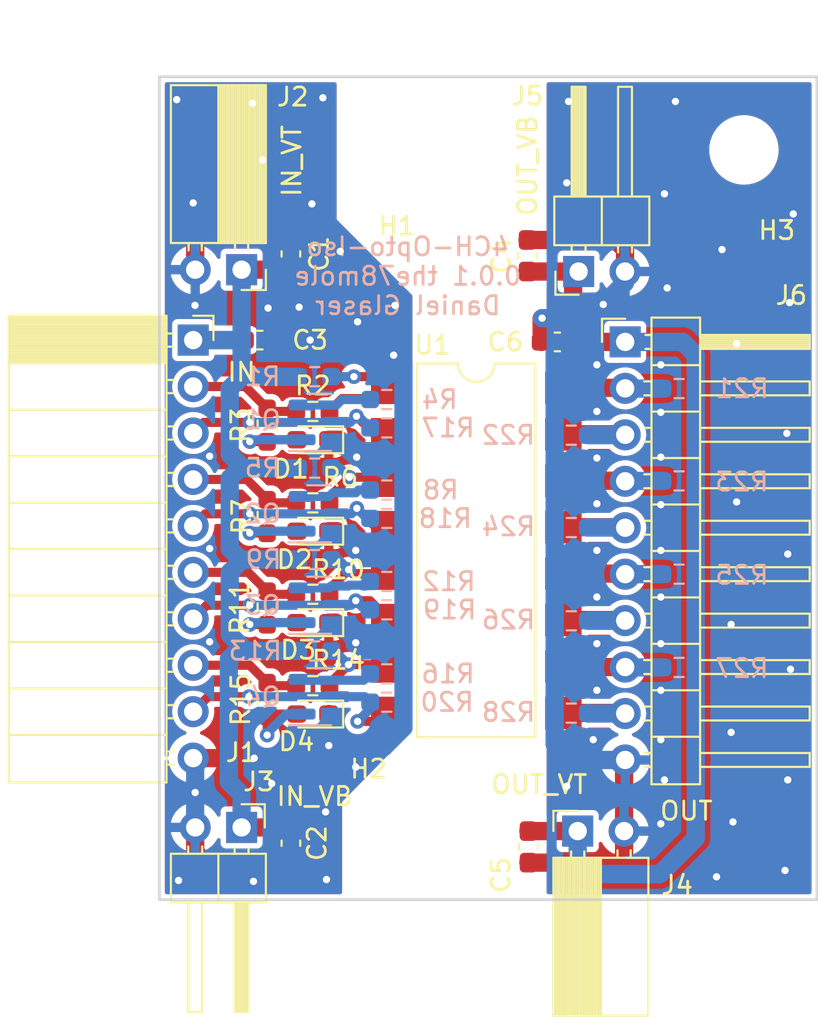
<source format=kicad_pcb>
(kicad_pcb (version 20211014) (generator pcbnew)
  (title_block (title "4CH-Opto-Iso") (date "2023-09-26") (rev "0.0.1") (company "the78mole") (comment 1 "Daniel Glaser"))
  (layers (0 "F.Cu" signal) (31 "B.Cu" signal) (34 "B.Paste" user) (35 "F.Paste" user) (36 "B.SilkS" user "B.Silkscreen") (37 "F.SilkS" user "F.Silkscreen") (38 "B.Mask" user) (39 "F.Mask" user) (44 "Edge.Cuts" user))
  (net 0 "")
  (net 1 "+VSW")
  (net 2 "GND1")
  (net 3 "+VDC")
  (net 4 "GND")
  (net 5 "Net-(D1-Pad2)")
  (net 6 "Net-(D2-Pad2)")
  (net 7 "Net-(D3-Pad2)")
  (net 8 "Net-(D4-Pad2)")
  (net 9 "Net-(J1-Pad2)")
  (net 10 "Net-(J1-Pad3)")
  (net 11 "Net-(J1-Pad4)")
  (net 12 "Net-(J1-Pad5)")
  (net 13 "Net-(J1-Pad6)")
  (net 14 "Net-(J1-Pad7)")
  (net 15 "Net-(J1-Pad8)")
  (net 16 "Net-(J1-Pad9)")
  (net 17 "Net-(J6-Pad2)")
  (net 18 "Net-(J6-Pad3)")
  (net 19 "Net-(J6-Pad4)")
  (net 20 "Net-(J6-Pad5)")
  (net 21 "Net-(J6-Pad6)")
  (net 22 "Net-(J6-Pad7)")
  (net 23 "Net-(J6-Pad8)")
  (net 24 "Net-(J6-Pad9)")
  (net 25 "Net-(Q1-Pad2)")
  (net 26 "Net-(Q2-Pad2)")
  (net 27 "Net-(Q3-Pad2)")
  (net 28 "Net-(Q4-Pad2)")
  (net 29 "Net-(R1-Pad2)")
  (net 30 "Net-(R5-Pad2)")
  (net 31 "Net-(R10-Pad2)")
  (net 32 "Net-(R13-Pad2)")
  (footprint "Capacitor_SMD:C_0603_1608Metric_Pad1.08x0.95mm_HandSolder" (layer "F.Cu") (at 121.7875 64.5 180)
    (fp_text reference "C6")
    (fp_text value "100n")
  )
  (footprint "MountingHole:MountingHole_3.2mm_M3_DIN965" (layer "F.Cu") (at 132 54)
    (fp_text reference "H3")
    (fp_text value "MountingHole")
  )
  (footprint "LED_SMD:LED_0603_1608Metric_Pad1.05x0.95mm_HandSolder" (layer "F.Cu") (at 108.4 84.85 180)
    (fp_text reference "D4")
    (fp_text value "RED")
  )
  (footprint "Connector_PinHeader_2.54mm:PinHeader_1x02_P2.54mm_Horizontal" (layer "F.Cu") (at 122.95 60.65 90)
    (fp_text reference "J5")
    (fp_text value "OUT_VB")
  )
  (footprint "MountingHole:MountingHole_3.2mm_M3_DIN965" (layer "F.Cu") (at 115 91)
    (fp_text reference "H2")
    (fp_text value "MountingHole")
  )
  (footprint "Package_DIP:SMDIP-16_W9.53mm" (layer "F.Cu") (at 117.35 75.9)
    (fp_text reference "U1")
    (fp_text value "LTV-847S")
  )
  (footprint "Connector_PinHeader_2.54mm:PinHeader_1x10_P2.54mm_Horizontal" (layer "F.Cu") (at 125.5 64.5)
    (fp_text reference "J6")
    (fp_text value "OUT")
  )
  (footprint "Resistor_SMD:R_0603_1608Metric_Pad0.98x0.95mm_HandSolder" (layer "F.Cu") (at 105.9 84.05 -90)
    (fp_text reference "R15")
    (fp_text value "10K")
  )
  (footprint "LED_SMD:LED_0603_1608Metric_Pad1.05x0.95mm_HandSolder" (layer "F.Cu") (at 108.4 69.85 180)
    (fp_text reference "D1")
    (fp_text value "RED")
  )
  (footprint "MountingHole:MountingHole_3.2mm_M3_DIN965" (layer "F.Cu") (at 115 54)
    (fp_text reference "H1")
    (fp_text value "MountingHole")
  )
  (footprint "LED_SMD:LED_0603_1608Metric_Pad1.05x0.95mm_HandSolder" (layer "F.Cu") (at 108.4 74.85 180)
    (fp_text reference "D2")
    (fp_text value "RED")
  )
  (footprint "LED_SMD:LED_0603_1608Metric_Pad1.05x0.95mm_HandSolder" (layer "F.Cu") (at 108.4 79.85 180)
    (fp_text reference "D3")
    (fp_text value "RED")
  )
  (footprint "Resistor_SMD:R_0603_1608Metric_Pad0.98x0.95mm_HandSolder" (layer "F.Cu") (at 108.4 68.3)
    (fp_text reference "R2")
    (fp_text value "NP")
  )
  (footprint "Connector_PinSocket_2.54mm:PinSocket_1x10_P2.54mm_Horizontal" (layer "F.Cu") (at 101.85 64.4)
    (fp_text reference "J1")
    (fp_text value "IN")
  )
  (footprint "Connector_PinHeader_2.54mm:PinHeader_1x02_P2.54mm_Horizontal" (layer "F.Cu") (at 104.5 91.05 -90)
    (fp_text reference "J3")
    (fp_text value "IN_VB")
  )
  (footprint "Capacitor_SMD:C_0603_1608Metric_Pad1.08x0.95mm_HandSolder" (layer "F.Cu") (at 120.2 92.1125 -90)
    (fp_text reference "C5")
    (fp_text value "100n")
  )
  (footprint "Resistor_SMD:R_0603_1608Metric_Pad0.98x0.95mm_HandSolder" (layer "F.Cu") (at 108.4 73.3)
    (fp_text reference "R6")
    (fp_text value "NP")
  )
  (footprint "Capacitor_SMD:C_0603_1608Metric_Pad1.08x0.95mm_HandSolder" (layer "F.Cu") (at 120.15 59.7875 90)
    (fp_text reference "C4")
    (fp_text value "100n")
  )
  (footprint "Capacitor_SMD:C_0603_1608Metric_Pad1.08x0.95mm_HandSolder" (layer "F.Cu") (at 105.5 64.4)
    (fp_text reference "C3")
    (fp_text value "100n")
  )
  (footprint "Resistor_SMD:R_0603_1608Metric_Pad0.98x0.95mm_HandSolder" (layer "F.Cu") (at 105.9 79.05 -90)
    (fp_text reference "R11")
    (fp_text value "10K")
  )
  (footprint "Resistor_SMD:R_0603_1608Metric_Pad0.98x0.95mm_HandSolder" (layer "F.Cu") (at 108.4 78.3)
    (fp_text reference "R10")
    (fp_text value "NP")
  )
  (footprint "Capacitor_SMD:C_0603_1608Metric_Pad1.08x0.95mm_HandSolder" (layer "F.Cu") (at 107.2 91.9125 -90)
    (fp_text reference "C2")
    (fp_text value "100n")
  )
  (footprint "Connector_PinSocket_2.54mm:PinSocket_1x02_P2.54mm_Horizontal" (layer "F.Cu") (at 104.5 60.55 -90)
    (fp_text reference "J2")
    (fp_text value "IN_VT")
  )
  (footprint "Capacitor_SMD:C_0603_1608Metric_Pad1.08x0.95mm_HandSolder" (layer "F.Cu") (at 107.2 59.6875 90)
    (fp_text reference "C1")
    (fp_text value "100n")
  )
  (footprint "Connector_PinSocket_2.54mm:PinSocket_1x02_P2.54mm_Horizontal" (layer "F.Cu") (at 122.9 91.25 90)
    (fp_text reference "J4")
    (fp_text value "OUT_VT")
  )
  (footprint "Resistor_SMD:R_0603_1608Metric_Pad0.98x0.95mm_HandSolder" (layer "F.Cu") (at 108.4 83.3)
    (fp_text reference "R14")
    (fp_text value "NP")
  )
  (footprint "Resistor_SMD:R_0603_1608Metric_Pad0.98x0.95mm_HandSolder" (layer "F.Cu") (at 105.9 74.05 -90)
    (fp_text reference "R7")
    (fp_text value "10K")
  )
  (footprint "Resistor_SMD:R_0603_1608Metric_Pad0.98x0.95mm_HandSolder" (layer "F.Cu") (at 105.9 69.05 -90)
    (fp_text reference "R3")
    (fp_text value "10K")
  )
  (footprint "Resistor_SMD:R_0603_1608Metric_Pad0.98x0.95mm_HandSolder" (layer "B.Cu") (at 122.55 74.65 180)
    (fp_text reference "R24")
    (fp_text value "10K")
  )
  (footprint "Resistor_SMD:R_0603_1608Metric_Pad0.98x0.95mm_HandSolder" (layer "B.Cu") (at 108.5 76.4)
    (fp_text reference "R9")
    (fp_text value "100")
  )
  (footprint "Resistor_SMD:R_0603_1608Metric_Pad0.98x0.95mm_HandSolder" (layer "B.Cu") (at 112.45 77.6)
    (fp_text reference "R12")
    (fp_text value "100")
  )
  (footprint "Package_TO_SOT_SMD:SOT-23" (layer "B.Cu") (at 108.75 78.9)
    (fp_text reference "Q3")
    (fp_text value "BC847")
  )
  (footprint "Resistor_SMD:R_0603_1608Metric_Pad0.98x0.95mm_HandSolder" (layer "B.Cu") (at 128.45 72.1)
    (fp_text reference "R23")
    (fp_text value "0")
  )
  (footprint "Package_TO_SOT_SMD:SOT-23" (layer "B.Cu") (at 108.75 83.9)
    (fp_text reference "Q4")
    (fp_text value "BC847")
  )
  (footprint "Resistor_SMD:R_0603_1608Metric_Pad0.98x0.95mm_HandSolder" (layer "B.Cu") (at 112.45 74.15 180)
    (fp_text reference "R18")
    (fp_text value "NP")
  )
  (footprint "Resistor_SMD:R_0603_1608Metric_Pad0.98x0.95mm_HandSolder" (layer "B.Cu") (at 108.5 81.4)
    (fp_text reference "R13")
    (fp_text value "100")
  )
  (footprint "Resistor_SMD:R_0603_1608Metric_Pad0.98x0.95mm_HandSolder" (layer "B.Cu") (at 108.5 71.4)
    (fp_text reference "R5")
    (fp_text value "100")
  )
  (footprint "Resistor_SMD:R_0603_1608Metric_Pad0.98x0.95mm_HandSolder" (layer "B.Cu") (at 112.45 67.65)
    (fp_text reference "R4")
    (fp_text value "100")
  )
  (footprint "Resistor_SMD:R_0603_1608Metric_Pad0.98x0.95mm_HandSolder" (layer "B.Cu") (at 122.55 79.75 180)
    (fp_text reference "R26")
    (fp_text value "10K")
  )
  (footprint "Resistor_SMD:R_0603_1608Metric_Pad0.98x0.95mm_HandSolder" (layer "B.Cu") (at 112.45 72.6)
    (fp_text reference "R8")
    (fp_text value "100")
  )
  (footprint "Resistor_SMD:R_0603_1608Metric_Pad0.98x0.95mm_HandSolder" (layer "B.Cu") (at 108.5 66.4)
    (fp_text reference "R1")
    (fp_text value "100")
  )
  (footprint "Package_TO_SOT_SMD:SOT-23" (layer "B.Cu") (at 108.75 73.9)
    (fp_text reference "Q2")
    (fp_text value "BC847")
  )
  (footprint "Resistor_SMD:R_0603_1608Metric_Pad0.98x0.95mm_HandSolder" (layer "B.Cu") (at 112.45 69.2 180)
    (fp_text reference "R17")
    (fp_text value "NP")
  )
  (footprint "Resistor_SMD:R_0603_1608Metric_Pad0.98x0.95mm_HandSolder" (layer "B.Cu") (at 122.55 84.8 180)
    (fp_text reference "R28")
    (fp_text value "10K")
  )
  (footprint "Resistor_SMD:R_0603_1608Metric_Pad0.98x0.95mm_HandSolder" (layer "B.Cu") (at 122.55 69.6 180)
    (fp_text reference "R22")
    (fp_text value "10K")
  )
  (footprint "Resistor_SMD:R_0603_1608Metric_Pad0.98x0.95mm_HandSolder" (layer "B.Cu") (at 128.45 67.05)
    (fp_text reference "R21")
    (fp_text value "0")
  )
  (footprint "Resistor_SMD:R_0603_1608Metric_Pad0.98x0.95mm_HandSolder" (layer "B.Cu") (at 112.45 82.65)
    (fp_text reference "R16")
    (fp_text value "100")
  )
  (footprint "Resistor_SMD:R_0603_1608Metric_Pad0.98x0.95mm_HandSolder" (layer "B.Cu") (at 128.45 82.3)
    (fp_text reference "R27")
    (fp_text value "0")
  )
  (footprint "Package_TO_SOT_SMD:SOT-23" (layer "B.Cu") (at 108.75 68.9)
    (fp_text reference "Q1")
    (fp_text value "BC847")
  )
  (footprint "Resistor_SMD:R_0603_1608Metric_Pad0.98x0.95mm_HandSolder" (layer "B.Cu") (at 112.45 84.2 180)
    (fp_text reference "R20")
    (fp_text value "NP")
  )
  (footprint "Resistor_SMD:R_0603_1608Metric_Pad0.98x0.95mm_HandSolder" (layer "B.Cu") (at 128.45 77.2)
    (fp_text reference "R25")
    (fp_text value "0")
  )
  (footprint "Resistor_SMD:R_0603_1608Metric_Pad0.98x0.95mm_HandSolder" (layer "B.Cu") (at 112.45 79.15 180)
    (fp_text reference "R19")
    (fp_text value "NP")
  )
  (gr_rect (start 100 50) (end 136 95) (layer "Edge.Cuts") (width 0.15) (fill none))
  (gr_text "${TITLE}\n${REVISION} ${COMPANY}\n${COMMENT1}" (at 113.6 60.9) (layer "B.SilkS") (effects (font (size 1 1)) (justify mirror)))
  (segment (start 104.6375 64.4) (end 101.85 64.4) (width 1) (layer "F.Cu") (net 1))
  (segment (start 107.2 91.05) (end 104.5 91.05) (width 1) (layer "F.Cu") (net 1))
  (segment (start 107.2 60.55) (end 104.5 60.55) (width 1) (layer "F.Cu") (net 1))
  (segment (start 104.5 91.05) (end 104.5 89.25) (width 1) (layer "B.Cu") (net 1))
  (segment (start 103.850499 77.099501) (end 103.850499 80.500499) (width 1) (layer "B.Cu") (net 1))
  (segment (start 103.850499 71.949501) (end 103.850499 75.800499) (width 1) (layer "B.Cu") (net 1))
  (segment (start 103.800499 81.849501) (end 104.5 81.15) (width 1) (layer "B.Cu") (net 1))
  (segment (start 103.850499 80.500499) (end 104.5 81.15) (width 1) (layer "B.Cu") (net 1))
  (segment (start 104.5 64.4) (end 104.5 60.55) (width 1) (layer "B.Cu") (net 1))
  (segment (start 103.850499 75.800499) (end 104.5 76.45) (width 1) (layer "B.Cu") (net 1))
  (segment (start 107.5875 76.4) (end 104.55 76.4) (width 1) (layer "B.Cu") (net 1))
  (segment (start 104.75 81.4) (end 104.5 81.15) (width 1) (layer "B.Cu") (net 1))
  (segment (start 104.5 66.4) (end 103.850499 67.049501) (width 1) (layer "B.Cu") (net 1))
  (segment (start 107.5875 66.4) (end 104.5 66.4) (width 1) (layer "B.Cu") (net 1))
  (segment (start 107.5875 81.4) (end 104.75 81.4) (width 1) (layer "B.Cu") (net 1))
  (segment (start 103.850499 67.049501) (end 103.850499 70.650499) (width 1) (layer "B.Cu") (net 1))
  (segment (start 104.55 76.4) (end 104.5 76.45) (width 1) (layer "B.Cu") (net 1))
  (segment (start 107.5875 71.4) (end 104.6 71.4) (width 1) (layer "B.Cu") (net 1))
  (segment (start 104.5 71.3) (end 103.850499 71.949501) (width 1) (layer "B.Cu") (net 1))
  (segment (start 103.800499 88.550499) (end 103.800499 81.849501) (width 1) (layer "B.Cu") (net 1))
  (segment (start 104.6 71.4) (end 104.5 71.3) (width 1) (layer "B.Cu") (net 1))
  (segment (start 101.85 64.4) (end 104.5 64.4) (width 1) (layer "B.Cu") (net 1))
  (segment (start 104.5 66.4) (end 104.5 64.4) (width 1) (layer "B.Cu") (net 1))
  (segment (start 104.5 76.45) (end 103.850499 77.099501) (width 1) (layer "B.Cu") (net 1))
  (segment (start 104.5 89.25) (end 103.800499 88.550499) (width 1) (layer "B.Cu") (net 1))
  (segment (start 103.850499 70.650499) (end 104.5 71.3) (width 1) (layer "B.Cu") (net 1))
  (segment (start 108.25 64.4) (end 106.3625 64.4) (width 1) (layer "F.Cu") (net 2))
  (segment (start 109.275 86.575) (end 109.275 84.85) (width 1) (layer "F.Cu") (net 2))
  (segment (start 108.8 59.3) (end 108.8 63.85) (width 1) (layer "F.Cu") (net 2))
  (segment (start 107.2 58.825) (end 108.325 58.825) (width 1) (layer "F.Cu") (net 2))
  (segment (start 109.7 74.85) (end 110.75 75.9) (width 1) (layer "F.Cu") (net 2))
  (segment (start 109.65 79.85) (end 110.75 80.95) (width 1) (layer "F.Cu") (net 2))
  (segment (start 104.75 58.3) (end 105.275 58.825) (width 1) (layer "F.Cu") (net 2))
  (segment (start 107.2 92.775) (end 102.325 92.775) (width 1) (layer "F.Cu") (net 2))
  (segment (start 105.19 87.26) (end 108.59 87.26) (width 1) (layer "F.Cu") (net 2))
  (segment (start 109.275 79.85) (end 109.65 79.85) (width 1) (layer "F.Cu") (net 2))
  (segment (start 108.59 87.26) (end 109.275 86.575) (width 1) (layer "F.Cu") (net 2))
  (segment (start 101.96 60.55) (end 101.96 58.94) (width 1) (layer "F.Cu") (net 2))
  (segment (start 105.275 58.825) (end 107.2 58.825) (width 1) (layer "F.Cu") (net 2))
  (segment (start 101.95 92.4) (end 101.96 92.39) (width 1) (layer "F.Cu") (net 2))
  (segment (start 109.275 69.85) (end 109.85 69.85) (width 1) (layer "F.Cu") (net 2))
  (segment (start 101.96 58.94) (end 102.6 58.3) (width 1) (layer "F.Cu") (net 2))
  (segment (start 101.85 87.26) (end 105.19 87.26) (width 1) (layer "F.Cu") (net 2))
  (segment (start 102.325 92.775) (end 101.95 92.4) (width 1) (layer "F.Cu") (net 2))
  (segment (start 108.8 63.85) (end 108.25 64.4) (width 1) (layer "F.Cu") (net 2))
  (segment (start 101.96 92.39) (end 101.96 91.05) (width 1) (layer "F.Cu") (net 2))
  (segment (start 109.85 69.85) (end 110.8 70.8) (width 1) (layer "F.Cu") (net 2))
  (segment (start 108.325 58.825) (end 108.8 59.3) (width 1) (layer "F.Cu") (net 2))
  (segment (start 109.275 74.85) (end 109.7 74.85) (width 1) (layer "F.Cu") (net 2))
  (segment (start 102.6 58.3) (end 104.75 58.3) (width 1) (layer "F.Cu") (net 2))
  (via (at 101.95 62.5) (size 0.8) (drill 0.4) (layers "F.Cu" "B.Cu") (net 2))
  (via (at 101.96 89.14) (size 0.8) (drill 0.4) (layers "F.Cu" "B.Cu") (net 2))
  (via (at 106.15 88.65) (size 0.8) (drill 0.4) (layers "F.Cu" "B.Cu") (net 2))
  (via (at 110.75 75.9) (size 0.8) (drill 0.4) (layers "F.Cu" "B.Cu") (net 2))
  (via (at 101.85 56.9) (size 0.8) (drill 0.4) (layers "F.Cu" "B.Cu") (net 2))
  (via (at 110.85 63.4) (size 0.8) (drill 0.4) (layers "F.Cu" "B.Cu") (net 2))
  (via (at 112.825 65.225) (size 0.8) (drill 0.4) (layers "F.Cu" "B.Cu") (net 2))
  (via (at 110.75 87.75) (size 0.8) (drill 0.4) (layers "F.Cu" "B.Cu") (net 2))
  (via (at 105.1 51.45) (size 0.8) (drill 0.4) (layers "F.Cu" "B.Cu") (net 2))
  (via (at 109.1 90.2) (size 0.8) (drill 0.4) (layers "F.Cu" "B.Cu") (net 2))
  (via (at 105.19 87.26) (size 0.8) (drill 0.4) (layers "F.Cu" "B.Cu") (net 2))
  (via (at 101.05 93.95) (size 0.8) (drill 0.4) (layers "F.Cu" "B.Cu") (net 2))
  (via (at 105.15 94) (size 0.8) (drill 0.4) (layers "F.Cu" "B.Cu") (net 2))
  (via (at 105.65 54.55) (size 0.8) (drill 0.4) (layers "F.Cu" "B.Cu") (net 2))
  (via (at 102.75 70.75) (size 0.8) (drill 0.4) (layers "F.Cu" "B.Cu") (net 2))
  (via (at 108.95 51.15) (size 0.8) (drill 0.4) (layers "F.Cu" "B.Cu") (net 2))
  (via (at 102.75 80.9) (size 0.8) (drill 0.4) (layers "F.Cu" "B.Cu") (net 2))
  (via (at 110.75 80.95) (size 0.8) (drill 0.4) (layers "F.Cu" "B.Cu") (net 2))
  (via (at 107.65 62.6) (size 0.8) (drill 0.4) (layers "F.Cu" "B.Cu") (net 2))
  (via (at 100.95 51.25) (size 0.8) (drill 0.4) (layers "F.Cu" "B.Cu") (net 2))
  (via (at 109.15 93.9) (size 0.8) (drill 0.4) (layers "F.Cu" "B.Cu") (net 2))
  (via (at 110.8 70.8) (size 0.8) (drill 0.4) (layers "F.Cu" "B.Cu") (net 2))
  (via (at 109.275 86.575) (size 0.8) (drill 0.4) (layers "F.Cu" "B.Cu") (net 2))
  (via (at 108.35 56.95) (size 0.8) (drill 0.4) (layers "F.Cu" "B.Cu") (net 2))
  (via (at 102.75 75.8) (size 0.8) (drill 0.4) (layers "F.Cu" "B.Cu") (net 2))
  (via (at 105.95 62.65) (size 0.8) (drill 0.4) (layers "F.Cu" "B.Cu") (net 2))
  (via (at 108.25 64.4) (size 0.8) (drill 0.4) (layers "F.Cu" "B.Cu") (net 2))
  (via (at 109.9 59.55) (size 0.8) (drill 0.4) (layers "F.Cu" "B.Cu") (net 2))
  (via (at 112.9 62.5) (size 0.8) (drill 0.4) (layers "F.Cu" "B.Cu") (net 2))
  (segment (start 113.15 80.95) (end 113.3625 80.7375) (width 1) (layer "B.Cu") (net 2))
  (segment (start 110.75 80.95) (end 113.15 80.95) (width 1) (layer "B.Cu") (net 2))
  (segment (start 113.3625 74.15) (end 113.3625 72.6) (width 1) (layer "B.Cu") (net 2))
  (segment (start 113.3625 82.65) (end 113.3625 80.7375) (width 1) (layer "B.Cu") (net 2))
  (segment (start 110.7625 75.8875) (end 113.3625 75.8875) (width 1) (layer "B.Cu") (net 2))
  (segment (start 101.96 87.37) (end 101.85 87.26) (width 1) (layer "B.Cu") (net 2))
  (segment (start 101.96 89.14) (end 101.96 87.37) (width 1) (layer "B.Cu") (net 2))
  (segment (start 109.35 86.65) (end 109.275 86.575) (width 1) (layer "B.Cu") (net 2))
  (segment (start 113.3625 71.0125) (end 113.3625 69.2) (width 1) (layer "B.Cu") (net 2))
  (segment (start 113.3625 80.7375) (end 113.3625 79.15) (width 1) (layer "B.Cu") (net 2))
  (segment (start 101.96 91.05) (end 101.96 89.14) (width 1) (layer "B.Cu") (net 2))
  (segment (start 113.3625 84.2) (end 113.3625 85.5875) (width 1) (layer "B.Cu") (net 2))
  (segment (start 113.3625 84.2) (end 113.3625 82.65) (width 1) (layer "B.Cu") (net 2))
  (segment (start 112 64.4) (end 108.25 64.4) (width 1) (layer "B.Cu") (net 2))
  (segment (start 113.3625 67.65) (end 113.3625 65.7625) (width 1) (layer "B.Cu") (net 2))
  (segment (start 113.15 70.8) (end 113.3625 71.0125) (width 1) (layer "B.Cu") (net 2))
  (segment (start 113.3625 72.6) (end 113.3625 71.0125) (width 1) (layer "B.Cu") (net 2))
  (segment (start 110.75 75.9) (end 110.7625 75.8875) (width 1) (layer "B.Cu") (net 2))
  (segment (start 112.825 65.225) (end 112.7 65.1) (width 1) (layer "B.Cu") (net 2))
  (segment (start 112.3 86.65) (end 109.35 86.65) (width 1) (layer "B.Cu") (net 2))
  (segment (start 110.8 70.8) (end 113.15 70.8) (width 1) (layer "B.Cu") (net 2))
  (segment (start 113.3625 75.8875) (end 113.3625 74.15) (width 1) (layer "B.Cu") (net 2))
  (segment (start 113.3625 79.15) (end 113.3625 77.6) (width 1) (layer "B.Cu") (net 2))
  (segment (start 113.3625 65.7625) (end 112.825 65.225) (width 1) (layer "B.Cu") (net 2))
  (segment (start 112.7 65.1) (end 112 64.4) (width 1) (layer "B.Cu") (net 2))
  (segment (start 113.3625 85.5875) (end 112.3 86.65) (width 1) (layer "B.Cu") (net 2))
  (segment (start 113.3625 77.6) (end 113.3625 75.8875) (width 1) (layer "B.Cu") (net 2))
  (segment (start 113.3625 69.2) (end 113.3625 67.65) (width 1) (layer "B.Cu") (net 2))
  (segment (start 125.5 64.5) (end 122.65 64.5) (width 1) (layer "F.Cu") (net 3))
  (segment (start 122.65 60.95) (end 122.95 60.65) (width 1) (layer "F.Cu") (net 3))
  (segment (start 122.65 64.5) (end 122.65 60.95) (width 1) (layer "F.Cu") (net 3))
  (segment (start 120.2 91.25) (end 122.9 91.25) (width 1) (layer "F.Cu") (net 3))
  (segment (start 120.15 60.65) (end 122.95 60.65) (width 1) (layer "F.Cu") (net 3))
  (segment (start 129.3625 91.6375) (end 129.3625 82.3) (width 1) (layer "B.Cu") (net 3))
  (segment (start 123.45 93.6) (end 122.9 93.05) (width 1) (layer "B.Cu") (net 3))
  (segment (start 129.3625 65.2125) (end 129.3625 67.05) (width 1) (layer "B.Cu") (net 3))
  (segment (start 128.65 64.5) (end 129.3625 65.2125) (width 1) (layer "B.Cu") (net 3))
  (segment (start 129.3625 67.05) (end 129.3625 72.1) (width 1) (layer "B.Cu") (net 3))
  (segment (start 129.3625 72.1) (end 129.3625 77.2) (width 1) (layer "B.Cu") (net 3))
  (segment (start 129.3625 77.2) (end 129.3625 82.3) (width 1) (layer "B.Cu") (net 3))
  (segment (start 127.4 93.6) (end 123.45 93.6) (width 1) (layer "B.Cu") (net 3))
  (segment (start 127.4 93.6) (end 129.3625 91.6375) (width 1) (layer "B.Cu") (net 3))
  (segment (start 125.5 64.5) (end 128.65 64.5) (width 1) (layer "B.Cu") (net 3))
  (segment (start 122.9 93.05) (end 122.9 91.25) (width 1) (layer "B.Cu") (net 3))
  (segment (start 125.44 87.42) (end 125.5 87.36) (width 1) (layer "F.Cu") (net 4))
  (segment (start 124.967081 58.925) (end 125.49 59.447919) (width 1) (layer "F.Cu") (net 4))
  (segment (start 125.49 59.447919) (end 125.49 60.65) (width 1) (layer "F.Cu") (net 4))
  (segment (start 125.44 91.25) (end 125.44 89.09) (width 1) (layer "F.Cu") (net 4))
  (segment (start 120.925 63.225) (end 120.95 63.2) (width 1) (layer "F.Cu") (net 4))
  (segment (start 125.125 92.975) (end 125.45 92.65) (width 1) (layer "F.Cu") (net 4))
  (segment (start 125.44 92.64) (end 125.44 91.25) (width 1) (layer "F.Cu") (net 4))
  (segment (start 120.15 58.925) (end 124.967081 58.925) (width 1) (layer "F.Cu") (net 4))
  (segment (start 125.44 89.09) (end 125.44 87.42) (width 1) (layer "F.Cu") (net 4))
  (segment (start 120.2 92.975) (end 125.125 92.975) (width 1) (layer "F.Cu") (net 4))
  (segment (start 125.45 92.65) (end 125.44 92.64) (width 1) (layer "F.Cu") (net 4))
  (segment (start 120.925 64.5) (end 120.925 63.225) (width 1) (layer "F.Cu") (net 4))
  (via (at 131.3 85.85) (size 0.8) (drill 0.4) (layers "F.Cu" "B.Cu") (net 4))
  (via (at 123.95 73.35) (size 0.8) (drill 0.4) (layers "F.Cu" "B.Cu") (net 4))
  (via (at 127.8 61.55) (size 0.8) (drill 0.4) (layers "F.Cu" "B.Cu") (net 4))
  (via (at 120.95 63.2) (size 0.8) (drill 0.4) (layers "F.Cu" "B.Cu") (net 4))
  (via (at 130.8 59.45) (size 0.8) (drill 0.4) (layers "F.Cu" "B.Cu") (net 4))
  (via (at 127.45 86.25) (size 0.8) (drill 0.4) (layers "F.Cu" "B.Cu") (net 4))
  (via (at 127.45 75.9) (size 0.8) (drill 0.4) (layers "F.Cu" "B.Cu") (net 4))
  (via (at 134.4 88.45) (size 0.8) (drill 0.4) (layers "F.Cu" "B.Cu") (net 4))
  (via (at 130.5 93.75) (size 0.8) (drill 0.4) (layers "F.Cu" "B.Cu") (net 4))
  (via (at 134.55 82.4) (size 0.8) (drill 0.4) (layers "F.Cu" "B.Cu") (net 4))
  (via (at 131.4 90.75) (size 0.8) (drill 0.4) (layers "F.Cu" "B.Cu") (net 4))
  (via (at 123.95 68.3) (size 0.8) (drill 0.4) (layers "F.Cu" "B.Cu") (net 4))
  (via (at 127.45 68.35) (size 0.8) (drill 0.4) (layers "F.Cu" "B.Cu") (net 4))
  (via (at 127.45 70.8) (size 0.8) (drill 0.4) (layers "F.Cu" "B.Cu") (net 4))
  (via (at 131.6 64.6) (size 0.8) (drill 0.4) (layers "F.Cu" "B.Cu") (net 4))
  (via (at 127.45 81) (size 0.8) (drill 0.4) (layers "F.Cu" "B.Cu") (net 4))
  (via (at 123.75 86.25) (size 0.8) (drill 0.4) (layers "F.Cu" "B.Cu") (net 4))
  (via (at 123.95 65.75) (size 0.8) (drill 0.4) (layers "F.Cu" "B.Cu") (net 4))
  (via (at 134.25 93.4) (size 0.8) (drill 0.4) (layers "F.Cu" "B.Cu") (net 4))
  (via (at 134.7 57.5) (size 0.8) (drill 0.4) (layers "F.Cu" "B.Cu") (net 4))
  (via (at 127.45 78.45) (size 0.8) (drill 0.4) (layers "F.Cu" "B.Cu") (net 4))
  (via (at 124.3 62.45) (size 0.8) (drill 0.4) (layers "F.Cu" "B.Cu") (net 4))
  (via (at 131.3 79.95) (size 0.8) (drill 0.4) (layers "F.Cu" "B.Cu") (net 4))
  (via (at 123.95 81) (size 0.8) (drill 0.4) (layers "F.Cu" "B.Cu") (net 4))
  (via (at 127.45 73.4) (size 0.8) (drill 0.4) (layers "F.Cu" "B.Cu") (net 4))
  (via (at 127.45 83.55) (size 0.8) (drill 0.4) (layers "F.Cu" "B.Cu") (net 4))
  (via (at 123.95 70.85) (size 0.8) (drill 0.4) (layers "F.Cu" "B.Cu") (net 4))
  (via (at 134.5 62.35) (size 0.8) (drill 0.4) (layers "F.Cu" "B.Cu") (net 4))
  (via (at 122.4 51.35) (size 0.8) (drill 0.4) (layers "F.Cu" "B.Cu") (net 4))
  (via (at 123.95 78.45) (size 0.8) (drill 0.4) (layers "F.Cu" "B.Cu") (net 4))
  (via (at 123.95 83.55) (size 0.8) (drill 0.4) (layers "F.Cu" "B.Cu") (net 4))
  (via (at 122.3 88.8) (size 0.8) (drill 0.4) (layers "F.Cu" "B.Cu") (net 4))
  (via (at 134.35 69.5) (size 0.8) (drill 0.4) (layers "F.Cu" "B.Cu") (net 4))
  (via (at 122.3 55.8) (size 0.8) (drill 0.4) (layers "F.Cu" "B.Cu") (net 4))
  (via (at 127.65 56.4) (size 0.8) (drill 0.4) (layers "F.Cu" "B.Cu") (net 4))
  (via (at 134.4 76.1) (size 0.8) (drill 0.4) (layers "F.Cu" "B.Cu") (net 4))
  (via (at 127.45 90.85) (size 0.8) (drill 0.4) (layers "F.Cu" "B.Cu") (net 4))
  (via (at 123.95 75.9) (size 0.8) (drill 0.4) (layers "F.Cu" "B.Cu") (net 4))
  (via (at 128.25 51.35) (size 0.8) (drill 0.4) (layers "F.Cu" "B.Cu") (net 4))
  (via (at 127.65 88.45) (size 0.8) (drill 0.4) (layers "F.Cu" "B.Cu") (net 4))
  (via (at 127.45 65.75) (size 0.8) (drill 0.4) (layers "F.Cu" "B.Cu") (net 4))
  (via (at 131.6 73.25) (size 0.8) (drill 0.4) (layers "F.Cu" "B.Cu") (net 4))
  (segment (start 121.6375 79.75) (end 121.6375 74.65) (width 1) (layer "B.Cu") (net 4))
  (segment (start 121.6375 69.6) (end 121.6375 65.1125) (width 1) (layer "B.Cu") (net 4))
  (segment (start 123.025 63.725) (end 124.3 62.45) (width 1) (layer "B.Cu") (net 4))
  (segment (start 121.6375 74.65) (end 121.6375 69.6) (width 1) (layer "B.Cu") (net 4))
  (segment (start 125.5 87.36) (end 122.51 87.36) (width 1) (layer "B.Cu") (net 4))
  (segment (start 121.6375 84.8) (end 121.6375 79.75) (width 1) (layer "B.Cu") (net 4))
  (segment (start 121.6375 65.1125) (end 123.025 63.725) (width 1) (layer "B.Cu") (net 4))
  (segment (start 125.49 61.26) (end 125.49 60.65) (width 1) (layer "B.Cu") (net 4))
  (segment (start 121.6375 86.4875) (end 121.6375 84.8) (width 1) (layer "B.Cu") (net 4))
  (segment (start 122.5 63.2) (end 123.025 63.725) (width 1) (layer "B.Cu") (net 4))
  (segment (start 120.95 63.2) (end 122.5 63.2) (width 1) (layer "B.Cu") (net 4))
  (segment (start 122.51 87.36) (end 121.6375 86.4875) (width 1) (layer "B.Cu") (net 4))
  (segment (start 124.3 62.45) (end 125.49 61.26) (width 1) (layer "B.Cu") (net 4))
  (segment (start 105.8875 69.95) (end 105.9 69.9625) (width 0.5) (layer "F.Cu") (net 5))
  (segment (start 106.0125 69.85) (end 105.9 69.9625) (width 0.5) (layer "F.Cu") (net 5))
  (segment (start 107.525 69.85) (end 106.0125 69.85) (width 0.5) (layer "F.Cu") (net 5))
  (segment (start 104.95 69.95) (end 105.8875 69.95) (width 0.5) (layer "F.Cu") (net 5))
  (via (at 104.95 69.95) (size 0.8) (drill 0.4) (layers "F.Cu" "B.Cu") (net 5))
  (segment (start 105.05 69.85) (end 104.95 69.95) (width 0.5) (layer "B.Cu") (net 5))
  (segment (start 107.8125 69.85) (end 105.05 69.85) (width 0.5) (layer "B.Cu") (net 5))
  (segment (start 106.0125 74.85) (end 105.9 74.9625) (width 0.5) (layer "F.Cu") (net 6))
  (segment (start 104.95 74.95) (end 105.8875 74.95) (width 0.5) (layer "F.Cu") (net 6))
  (segment (start 105.8875 74.95) (end 105.9 74.9625) (width 0.5) (layer "F.Cu") (net 6))
  (segment (start 107.525 74.85) (end 106.0125 74.85) (width 0.5) (layer "F.Cu") (net 6))
  (via (at 104.95 74.95) (size 0.8) (drill 0.4) (layers "F.Cu" "B.Cu") (net 6))
  (segment (start 107.8125 74.85) (end 105.05 74.85) (width 0.5) (layer "B.Cu") (net 6))
  (segment (start 105.05 74.85) (end 104.95 74.95) (width 0.5) (layer "B.Cu") (net 6))
  (segment (start 106.0125 79.85) (end 105.9 79.9625) (width 0.5) (layer "F.Cu") (net 7))
  (segment (start 105.8875 79.95) (end 105.9 79.9625) (width 0.5) (layer "F.Cu") (net 7))
  (segment (start 107.525 79.85) (end 106.0125 79.85) (width 0.5) (layer "F.Cu") (net 7))
  (segment (start 104.95 79.95) (end 105.8875 79.95) (width 0.5) (layer "F.Cu") (net 7))
  (via (at 104.95 79.95) (size 0.8) (drill 0.4) (layers "F.Cu" "B.Cu") (net 7))
  (segment (start 107.8125 79.85) (end 105.05 79.85) (width 0.5) (layer "B.Cu") (net 7))
  (segment (start 105.05 79.85) (end 104.95 79.95) (width 0.5) (layer "B.Cu") (net 7))
  (segment (start 107.525 84.85) (end 106.0125 84.85) (width 0.5) (layer "F.Cu") (net 8))
  (segment (start 106.0125 84.85) (end 105.9 84.9625) (width 0.5) (layer "F.Cu") (net 8))
  (segment (start 105.9 86) (end 105.9 84.9625) (width 0.5) (layer "F.Cu") (net 8))
  (via (at 105.9 86) (size 0.8) (drill 0.4) (layers "F.Cu" "B.Cu") (net 8))
  (segment (start 107.8125 84.85) (end 106.95 84.85) (width 0.5) (layer "B.Cu") (net 8))
  (segment (start 106.95 84.85) (end 106.65 85.15) (width 0.5) (layer "B.Cu") (net 8))
  (segment (start 106.65 85.15) (end 105.9 85.9) (width 0.5) (layer "B.Cu") (net 8))
  (segment (start 105.9 85.9) (end 105.9 86) (width 0.5) (layer "B.Cu") (net 8))
  (segment (start 107.4875 68.3) (end 106.0625 68.3) (width 0.5) (layer "F.Cu") (net 9))
  (segment (start 101.85 66.94) (end 104.7025 66.94) (width 0.5) (layer "F.Cu") (net 9))
  (segment (start 106.0625 68.3) (end 105.9 68.1375) (width 0.5) (layer "F.Cu") (net 9))
  (segment (start 104.7025 66.94) (end 105.9 68.1375) (width 0.5) (layer "F.Cu") (net 9))
  (segment (start 112.585 69.55) (end 111.779774 69.55) (width 0.5) (layer "F.Cu") (net 10))
  (segment (start 111.779774 69.55) (end 110.791426 68.561652) (width 0.5) (layer "F.Cu") (net 10))
  (segment (start 104.95 68.9) (end 102.43 68.9) (width 0.5) (layer "F.Cu") (net 10))
  (segment (start 102.43 68.9) (end 101.85 69.48) (width 0.5) (layer "F.Cu") (net 10))
  (via (at 110.791426 68.561652) (size 0.8) (drill 0.4) (layers "F.Cu" "B.Cu") (net 10))
  (via (at 104.95 68.9) (size 0.8) (drill 0.4) (layers "F.Cu" "B.Cu") (net 10))
  (segment (start 110.453078 68.9) (end 110.791426 68.561652) (width 0.5) (layer "B.Cu") (net 10))
  (segment (start 110.899152 68.561652) (end 111.5375 69.2) (width 0.5) (layer "B.Cu") (net 10))
  (segment (start 109.6875 68.9) (end 110.453078 68.9) (width 0.5) (layer "B.Cu") (net 10))
  (segment (start 110.791426 68.561652) (end 110.899152 68.561652) (width 0.5) (layer "B.Cu") (net 10))
  (segment (start 109.6875 68.9) (end 104.95 68.9) (width 0.5) (layer "B.Cu") (net 10))
  (segment (start 101.85 72.02) (end 104.7825 72.02) (width 0.5) (layer "F.Cu") (net 11))
  (segment (start 107.4875 73.3) (end 106.0625 73.3) (width 0.5) (layer "F.Cu") (net 11))
  (segment (start 104.7825 72.02) (end 105.9 73.1375) (width 0.5) (layer "F.Cu") (net 11))
  (segment (start 106.0625 73.3) (end 105.9 73.1375) (width 0.5) (layer "F.Cu") (net 11))
  (segment (start 104.95 73.9) (end 102.51 73.9) (width 0.5) (layer "F.Cu") (net 12))
  (segment (start 111.84364 74.63) (end 110.810609 73.596969) (width 0.5) (layer "F.Cu") (net 12))
  (segment (start 112.585 74.63) (end 111.84364 74.63) (width 0.5) (layer "F.Cu") (net 12))
  (segment (start 102.51 73.9) (end 101.85 74.56) (width 0.5) (layer "F.Cu") (net 12))
  (via (at 104.95 73.9) (size 0.8) (drill 0.4) (layers "F.Cu" "B.Cu") (net 12))
  (via (at 110.810609 73.596969) (size 0.8) (drill 0.4) (layers "F.Cu" "B.Cu") (net 12))
  (segment (start 110.507578 73.9) (end 110.810609 73.596969) (width 0.5) (layer "B.Cu") (net 12))
  (segment (start 111.5375 74.15) (end 111.36364 74.15) (width 0.5) (layer "B.Cu") (net 12))
  (segment (start 109.6875 73.9) (end 104.95 73.9) (width 0.5) (layer "B.Cu") (net 12))
  (segment (start 111.36364 74.15) (end 110.810609 73.596969) (width 0.5) (layer "B.Cu") (net 12))
  (segment (start 109.6875 73.9) (end 110.507578 73.9) (width 0.5) (layer "B.Cu") (net 12))
  (segment (start 106.0625 78.3) (end 105.9 78.1375) (width 0.5) (layer "F.Cu") (net 13))
  (segment (start 101.85 77.1) (end 104.8625 77.1) (width 0.5) (layer "F.Cu") (net 13))
  (segment (start 104.8625 77.1) (end 105.9 78.1375) (width 0.5) (layer "F.Cu") (net 13))
  (segment (start 107.4875 78.3) (end 106.0625 78.3) (width 0.5) (layer "F.Cu") (net 13))
  (segment (start 102.59 78.9) (end 101.85 79.64) (width 0.5) (layer "F.Cu") (net 14))
  (segment (start 104.95 78.9) (end 102.59 78.9) (width 0.5) (layer "F.Cu") (net 14))
  (segment (start 111.525 78.65) (end 112.585 79.71) (width 0.5) (layer "F.Cu") (net 14))
  (segment (start 110.75 78.65) (end 111.525 78.65) (width 0.5) (layer "F.Cu") (net 14))
  (via (at 104.95 78.9) (size 0.8) (drill 0.4) (layers "F.Cu" "B.Cu") (net 14))
  (via (at 110.75 78.65) (size 0.8) (drill 0.4) (layers "F.Cu" "B.Cu") (net 14))
  (segment (start 109.6875 78.9) (end 104.95 78.9) (width 0.5) (layer "B.Cu") (net 14))
  (segment (start 109.6875 78.9) (end 110.5 78.9) (width 0.5) (layer "B.Cu") (net 14))
  (segment (start 111.25 79.15) (end 110.75 78.65) (width 0.5) (layer "B.Cu") (net 14))
  (segment (start 111.5375 79.15) (end 111.25 79.15) (width 0.5) (layer "B.Cu") (net 14))
  (segment (start 110.5 78.9) (end 110.75 78.65) (width 0.5) (layer "B.Cu") (net 14))
  (segment (start 107.4875 83.3) (end 106.0625 83.3) (width 0.5) (layer "F.Cu") (net 15))
  (segment (start 101.85 82.18) (end 104.9425 82.18) (width 0.5) (layer "F.Cu") (net 15))
  (segment (start 106.0625 83.3) (end 105.9 83.1375) (width 0.5) (layer "F.Cu") (net 15))
  (segment (start 104.9425 82.18) (end 105.9 83.1375) (width 0.5) (layer "F.Cu") (net 15))
  (segment (start 110.85 85.25) (end 112.125 85.25) (width 0.5) (layer "F.Cu") (net 16))
  (segment (start 104.9 83.9) (end 102.67 83.9) (width 0.5) (layer "F.Cu") (net 16))
  (segment (start 112.125 85.25) (end 112.585 84.79) (width 0.5) (layer "F.Cu") (net 16))
  (segment (start 102.67 83.9) (end 101.85 84.72) (width 0.5) (layer "F.Cu") (net 16))
  (via (at 110.85 85.25) (size 0.8) (drill 0.4) (layers "F.Cu" "B.Cu") (net 16))
  (via (at 104.9 83.9) (size 0.8) (drill 0.4) (layers "F.Cu" "B.Cu") (net 16))
  (segment (start 111.2375 83.9) (end 111.5375 84.2) (width 0.5) (layer "B.Cu") (net 16))
  (segment (start 111.5375 84.2) (end 111.5375 84.5625) (width 0.5) (layer "B.Cu") (net 16))
  (segment (start 109.6875 83.9) (end 104.9 83.9) (width 0.5) (layer "B.Cu") (net 16))
  (segment (start 109.6875 83.9) (end 111.2375 83.9) (width 0.5) (layer "B.Cu") (net 16))
  (segment (start 111.5375 84.5625) (end 110.85 85.25) (width 0.5) (layer "B.Cu") (net 16))
  (segment (start 122.115 67.01) (end 125.47 67.01) (width 1) (layer "F.Cu") (net 17))
  (segment (start 125.47 67.01) (end 125.5 67.04) (width 1) (layer "F.Cu") (net 17))
  (segment (start 127.5375 67.05) (end 125.51 67.05) (width 1) (layer "B.Cu") (net 17))
  (segment (start 125.51 67.05) (end 125.5 67.04) (width 1) (layer "B.Cu") (net 17))
  (segment (start 122.115 69.55) (end 125.47 69.55) (width 1) (layer "F.Cu") (net 18))
  (segment (start 125.47 69.55) (end 125.5 69.58) (width 1) (layer "F.Cu") (net 18))
  (segment (start 125.48 69.6) (end 125.5 69.58) (width 1) (layer "B.Cu") (net 18))
  (segment (start 123.4625 69.6) (end 125.48 69.6) (width 1) (layer "B.Cu") (net 18))
  (segment (start 122.115 72.09) (end 125.47 72.09) (width 1) (layer "F.Cu") (net 19))
  (segment (start 125.47 72.09) (end 125.5 72.12) (width 1) (layer "F.Cu") (net 19))
  (segment (start 125.52 72.1) (end 125.5 72.12) (width 1) (layer "B.Cu") (net 19))
  (segment (start 127.5375 72.1) (end 125.52 72.1) (width 1) (layer "B.Cu") (net 19))
  (segment (start 125.47 74.63) (end 125.5 74.66) (width 1) (layer "F.Cu") (net 20))
  (segment (start 122.115 74.63) (end 125.47 74.63) (width 1) (layer "F.Cu") (net 20))
  (segment (start 123.4625 74.65) (end 125.49 74.65) (width 1) (layer "B.Cu") (net 20))
  (segment (start 125.49 74.65) (end 125.5 74.66) (width 1) (layer "B.Cu") (net 20))
  (segment (start 122.115 77.17) (end 125.47 77.17) (width 1) (layer "F.Cu") (net 21))
  (segment (start 125.47 77.17) (end 125.5 77.2) (width 1) (layer "F.Cu") (net 21))
  (segment (start 127.5375 77.2) (end 125.5 77.2) (width 1) (layer "B.Cu") (net 21))
  (segment (start 125.47 79.71) (end 125.5 79.74) (width 1) (layer "F.Cu") (net 22))
  (segment (start 122.115 79.71) (end 125.47 79.71) (width 1) (layer "F.Cu") (net 22))
  (segment (start 123.4625 79.75) (end 125.49 79.75) (width 1) (layer "B.Cu") (net 22))
  (segment (start 125.49 79.75) (end 125.5 79.74) (width 1) (layer "B.Cu") (net 22))
  (segment (start 125.5 82.28) (end 122.145 82.28) (width 1) (layer "F.Cu") (net 23))
  (segment (start 122.145 82.28) (end 122.115 82.25) (width 1) (layer "F.Cu") (net 23))
  (segment (start 127.5375 82.3) (end 125.52 82.3) (width 1) (layer "B.Cu") (net 23))
  (segment (start 125.52 82.3) (end 125.5 82.28) (width 1) (layer "B.Cu") (net 23))
  (segment (start 122.115 84.79) (end 125.47 84.79) (width 1) (layer "F.Cu") (net 24))
  (segment (start 125.47 84.79) (end 125.5 84.82) (width 1) (layer "F.Cu") (net 24))
  (segment (start 123.4825 84.82) (end 123.4625 84.8) (width 1) (layer "B.Cu") (net 24))
  (segment (start 125.5 84.82) (end 123.4825 84.82) (width 1) (layer "B.Cu") (net 24))
  (segment (start 109.7 67.95) (end 110 67.65) (width 0.5) (layer "B.Cu") (net 25))
  (segment (start 107.8125 67.95) (end 109.7 67.95) (width 0.5) (layer "B.Cu") (net 25))
  (segment (start 110 67.65) (end 111.5375 67.65) (width 0.5) (layer "B.Cu") (net 25))
  (segment (start 109.3 72.95) (end 109.500499 72.749501) (width 0.5) (layer "B.Cu") (net 26))
  (segment (start 109.500499 72.749501) (end 110.751876 72.749501) (width 0.5) (layer "B.Cu") (net 26))
  (segment (start 110.751876 72.749501) (end 110.901377 72.6) (width 0.5) (layer "B.Cu") (net 26))
  (segment (start 110.901377 72.6) (end 111.5375 72.6) (width 0.5) (layer "B.Cu") (net 26))
  (segment (start 107.8125 72.95) (end 109.3 72.95) (width 0.5) (layer "B.Cu") (net 26))
  (segment (start 111.2875 77.85) (end 111.5375 77.6) (width 0.5) (layer "B.Cu") (net 27))
  (segment (start 110.348623 77.85) (end 110.398124 77.800499) (width 0.5) (layer "B.Cu") (net 27))
  (segment (start 107.8125 77.95) (end 109.3 77.95) (width 0.5) (layer "B.Cu") (net 27))
  (segment (start 110.398124 77.800499) (end 111.101876 77.800499) (width 0.5) (layer "B.Cu") (net 27))
  (segment (start 111.151377 77.85) (end 111.2875 77.85) (width 0.5) (layer "B.Cu") (net 27))
  (segment (start 109.3 77.95) (end 109.4 77.85) (width 0.5) (layer "B.Cu") (net 27))
  (segment (start 109.4 77.85) (end 110.348623 77.85) (width 0.5) (layer "B.Cu") (net 27))
  (segment (start 111.101876 77.800499) (end 111.151377 77.85) (width 0.5) (layer "B.Cu") (net 27))
  (segment (start 107.862001 82.999501) (end 111.187999 82.999501) (width 0.5) (layer "B.Cu") (net 28))
  (segment (start 111.187999 82.999501) (end 111.5375 82.65) (width 0.5) (layer "B.Cu") (net 28))
  (segment (start 107.8125 82.95) (end 107.862001 82.999501) (width 0.5) (layer "B.Cu") (net 28))
  (segment (start 109.3125 68.2875) (end 110 67.6) (width 0.5) (layer "F.Cu") (net 29))
  (segment (start 110.65 66.4) (end 111.975 66.4) (width 0.5) (layer "F.Cu") (net 29))
  (segment (start 110 67.6) (end 111.995 67.6) (width 0.5) (layer "F.Cu") (net 29))
  (segment (start 111.975 66.4) (end 112.585 67.01) (width 0.5) (layer "F.Cu") (net 29))
  (segment (start 111.995 67.6) (end 112.585 67.01) (width 0.5) (layer "F.Cu") (net 29))
  (segment (start 109.3125 68.3) (end 109.3125 68.2875) (width 0.5) (layer "F.Cu") (net 29))
  (via (at 110.65 66.4) (size 0.8) (drill 0.4) (layers "F.Cu" "B.Cu") (net 29))
  (segment (start 109.4125 66.4) (end 110.65 66.4) (width 0.5) (layer "B.Cu") (net 29))
  (segment (start 112.395 71.9) (end 112.585 72.09) (width 0.5) (layer "F.Cu") (net 30))
  (segment (start 109.3125 73.3) (end 109.3125 72.9875) (width 0.5) (layer "F.Cu") (net 30))
  (segment (start 109.3125 72.9875) (end 110.4 71.9) (width 0.5) (layer "F.Cu") (net 30))
  (segment (start 110.4 71.9) (end 112.395 71.9) (width 0.5) (layer "F.Cu") (net 30))
  (via (at 110.4 71.9) (size 0.8) (drill 0.4) (layers "F.Cu" "B.Cu") (net 30))
  (segment (start 109.4125 71.4) (end 109.9 71.4) (width 0.5) (layer "B.Cu") (net 30))
  (segment (start 109.9 71.4) (end 110.4 71.9) (width 0.5) (layer "B.Cu") (net 30))
  (segment (start 110.578287 77.17) (end 110.360135 76.951848) (width 0.5) (layer "F.Cu") (net 31))
  (segment (start 109.3125 77.999483) (end 110.360135 76.951848) (width 0.5) (layer "F.Cu") (net 31))
  (segment (start 109.3125 78.3) (end 109.3125 77.999483) (width 0.5) (layer "F.Cu") (net 31))
  (segment (start 112.585 77.17) (end 110.578287 77.17) (width 0.5) (layer "F.Cu") (net 31))
  (via (at 110.360135 76.951848) (size 0.8) (drill 0.4) (layers "F.Cu" "B.Cu") (net 31))
  (segment (start 109.808287 76.4) (end 110.360135 76.951848) (width 0.5) (layer "B.Cu") (net 31))
  (segment (start 109.4125 76.4) (end 109.808287 76.4) (width 0.5) (layer "B.Cu") (net 31))
  (segment (start 109.3125 83.1875) (end 110.35 82.15) (width 0.5) (layer "F.Cu") (net 32))
  (segment (start 112.485 82.15) (end 112.585 82.25) (width 0.5) (layer "F.Cu") (net 32))
  (segment (start 110.35 82.15) (end 112.485 82.15) (width 0.5) (layer "F.Cu") (net 32))
  (segment (start 109.3125 83.3) (end 109.3125 83.1875) (width 0.5) (layer "F.Cu") (net 32))
  (via (at 110.35 82.15) (size 0.8) (drill 0.4) (layers "F.Cu" "B.Cu") (net 32))
  (segment (start 109.4125 81.4) (end 109.6 81.4) (width 0.5) (layer "B.Cu") (net 32))
  (segment (start 109.6 81.4) (end 110.35 82.15) (width 0.5) (layer "B.Cu") (net 32))
  (zone (net 4) (net_name "GND") (layers F&B.Cu) (name "GNDIN") (connect_pads (clearance 0.3)) (min_thickness 0.2) (fill yes (thermal_gap 0.508) (thermal_bridge_width 0.508))
    (polygon (pts (xy 136 95) (xy 121.2 95) (xy 121.2 50) (xy 136 50)))
  )
  (zone (net 2) (net_name "GND1") (layers F&B.Cu) (name "GNDIN") (connect_pads (clearance 0.3)) (min_thickness 0.2) (fill yes (thermal_gap 0.508) (thermal_bridge_width 0.508))
    (polygon (pts (xy 109.7 57.8) (xy 113.85 61.95) (xy 113.85 85.75) (xy 110 89.65) (xy 110 95) (xy 100 95) (xy 100 50) (xy 109.7 50)))
  )
)
</source>
